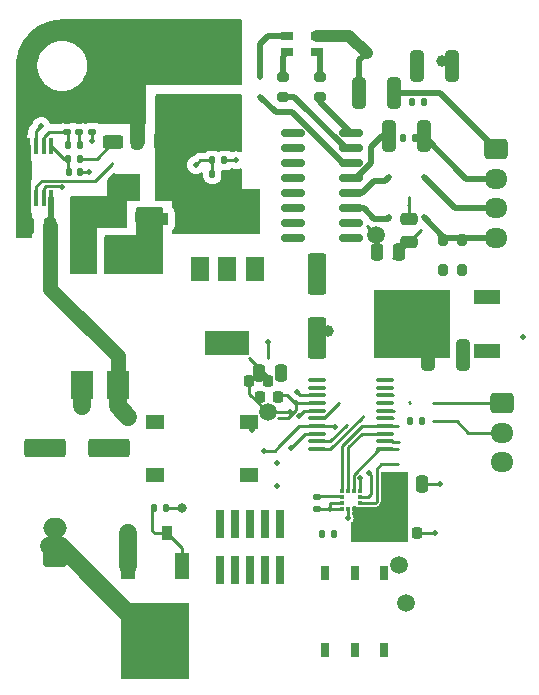
<source format=gtl>
%TF.GenerationSoftware,KiCad,Pcbnew,(6.0.1-0)*%
%TF.CreationDate,2022-10-07T23:17:40-05:00*%
%TF.ProjectId,tackle_sensor_hardware,7461636b-6c65-45f7-9365-6e736f725f68,rev?*%
%TF.SameCoordinates,Original*%
%TF.FileFunction,Copper,L1,Top*%
%TF.FilePolarity,Positive*%
%FSLAX46Y46*%
G04 Gerber Fmt 4.6, Leading zero omitted, Abs format (unit mm)*
G04 Created by KiCad (PCBNEW (6.0.1-0)) date 2022-10-07 23:17:40*
%MOMM*%
%LPD*%
G01*
G04 APERTURE LIST*
G04 Aperture macros list*
%AMRoundRect*
0 Rectangle with rounded corners*
0 $1 Rounding radius*
0 $2 $3 $4 $5 $6 $7 $8 $9 X,Y pos of 4 corners*
0 Add a 4 corners polygon primitive as box body*
4,1,4,$2,$3,$4,$5,$6,$7,$8,$9,$2,$3,0*
0 Add four circle primitives for the rounded corners*
1,1,$1+$1,$2,$3*
1,1,$1+$1,$4,$5*
1,1,$1+$1,$6,$7*
1,1,$1+$1,$8,$9*
0 Add four rect primitives between the rounded corners*
20,1,$1+$1,$2,$3,$4,$5,0*
20,1,$1+$1,$4,$5,$6,$7,0*
20,1,$1+$1,$6,$7,$8,$9,0*
20,1,$1+$1,$8,$9,$2,$3,0*%
G04 Aperture macros list end*
%TA.AperFunction,SMDPad,CuDef*%
%ADD10RoundRect,0.200000X-0.200000X-0.275000X0.200000X-0.275000X0.200000X0.275000X-0.200000X0.275000X0*%
%TD*%
%TA.AperFunction,ComponentPad*%
%ADD11RoundRect,0.250000X-0.725000X0.600000X-0.725000X-0.600000X0.725000X-0.600000X0.725000X0.600000X0*%
%TD*%
%TA.AperFunction,ComponentPad*%
%ADD12O,1.950000X1.700000*%
%TD*%
%TA.AperFunction,SMDPad,CuDef*%
%ADD13RoundRect,0.100000X-0.637500X-0.100000X0.637500X-0.100000X0.637500X0.100000X-0.637500X0.100000X0*%
%TD*%
%TA.AperFunction,SMDPad,CuDef*%
%ADD14RoundRect,0.135000X-0.135000X-0.185000X0.135000X-0.185000X0.135000X0.185000X-0.135000X0.185000X0*%
%TD*%
%TA.AperFunction,ComponentPad*%
%ADD15RoundRect,0.250000X0.750000X-0.600000X0.750000X0.600000X-0.750000X0.600000X-0.750000X-0.600000X0*%
%TD*%
%TA.AperFunction,ComponentPad*%
%ADD16O,2.000000X1.700000*%
%TD*%
%TA.AperFunction,SMDPad,CuDef*%
%ADD17C,1.500000*%
%TD*%
%TA.AperFunction,SMDPad,CuDef*%
%ADD18RoundRect,0.135000X0.135000X0.185000X-0.135000X0.185000X-0.135000X-0.185000X0.135000X-0.185000X0*%
%TD*%
%TA.AperFunction,SMDPad,CuDef*%
%ADD19R,0.700000X1.200000*%
%TD*%
%TA.AperFunction,SMDPad,CuDef*%
%ADD20RoundRect,0.250000X-0.250000X-0.475000X0.250000X-0.475000X0.250000X0.475000X-0.250000X0.475000X0*%
%TD*%
%TA.AperFunction,SMDPad,CuDef*%
%ADD21RoundRect,0.250000X-0.312500X-1.075000X0.312500X-1.075000X0.312500X1.075000X-0.312500X1.075000X0*%
%TD*%
%TA.AperFunction,SMDPad,CuDef*%
%ADD22R,0.450000X1.450000*%
%TD*%
%TA.AperFunction,SMDPad,CuDef*%
%ADD23RoundRect,0.140000X0.170000X-0.140000X0.170000X0.140000X-0.170000X0.140000X-0.170000X-0.140000X0*%
%TD*%
%TA.AperFunction,SMDPad,CuDef*%
%ADD24RoundRect,0.225000X-0.225000X-0.250000X0.225000X-0.250000X0.225000X0.250000X-0.225000X0.250000X0*%
%TD*%
%TA.AperFunction,SMDPad,CuDef*%
%ADD25R,2.200000X1.200000*%
%TD*%
%TA.AperFunction,SMDPad,CuDef*%
%ADD26R,6.400000X5.800000*%
%TD*%
%TA.AperFunction,SMDPad,CuDef*%
%ADD27RoundRect,0.200000X-0.275000X0.200000X-0.275000X-0.200000X0.275000X-0.200000X0.275000X0.200000X0*%
%TD*%
%TA.AperFunction,SMDPad,CuDef*%
%ADD28RoundRect,0.135000X0.185000X-0.135000X0.185000X0.135000X-0.185000X0.135000X-0.185000X-0.135000X0*%
%TD*%
%TA.AperFunction,SMDPad,CuDef*%
%ADD29RoundRect,0.250000X0.250000X0.475000X-0.250000X0.475000X-0.250000X-0.475000X0.250000X-0.475000X0*%
%TD*%
%TA.AperFunction,SMDPad,CuDef*%
%ADD30R,1.550000X1.300000*%
%TD*%
%TA.AperFunction,SMDPad,CuDef*%
%ADD31R,0.350000X0.375000*%
%TD*%
%TA.AperFunction,SMDPad,CuDef*%
%ADD32R,0.375000X0.350000*%
%TD*%
%TA.AperFunction,SMDPad,CuDef*%
%ADD33RoundRect,0.225000X0.225000X0.250000X-0.225000X0.250000X-0.225000X-0.250000X0.225000X-0.250000X0*%
%TD*%
%TA.AperFunction,SMDPad,CuDef*%
%ADD34RoundRect,0.150000X-0.825000X-0.150000X0.825000X-0.150000X0.825000X0.150000X-0.825000X0.150000X0*%
%TD*%
%TA.AperFunction,SMDPad,CuDef*%
%ADD35RoundRect,0.135000X-0.185000X0.135000X-0.185000X-0.135000X0.185000X-0.135000X0.185000X0.135000X0*%
%TD*%
%TA.AperFunction,SMDPad,CuDef*%
%ADD36R,1.955800X2.362200*%
%TD*%
%TA.AperFunction,SMDPad,CuDef*%
%ADD37R,1.200000X2.200000*%
%TD*%
%TA.AperFunction,SMDPad,CuDef*%
%ADD38R,5.800000X6.400000*%
%TD*%
%TA.AperFunction,SMDPad,CuDef*%
%ADD39RoundRect,0.140000X-0.140000X-0.170000X0.140000X-0.170000X0.140000X0.170000X-0.140000X0.170000X0*%
%TD*%
%TA.AperFunction,SMDPad,CuDef*%
%ADD40RoundRect,0.218750X0.218750X0.256250X-0.218750X0.256250X-0.218750X-0.256250X0.218750X-0.256250X0*%
%TD*%
%TA.AperFunction,SMDPad,CuDef*%
%ADD41RoundRect,0.250000X0.625000X-0.312500X0.625000X0.312500X-0.625000X0.312500X-0.625000X-0.312500X0*%
%TD*%
%TA.AperFunction,SMDPad,CuDef*%
%ADD42R,0.760000X2.400000*%
%TD*%
%TA.AperFunction,SMDPad,CuDef*%
%ADD43RoundRect,0.250000X0.550000X-1.500000X0.550000X1.500000X-0.550000X1.500000X-0.550000X-1.500000X0*%
%TD*%
%TA.AperFunction,SMDPad,CuDef*%
%ADD44R,1.500000X2.000000*%
%TD*%
%TA.AperFunction,SMDPad,CuDef*%
%ADD45R,3.800000X2.000000*%
%TD*%
%TA.AperFunction,SMDPad,CuDef*%
%ADD46RoundRect,0.250000X1.500000X0.550000X-1.500000X0.550000X-1.500000X-0.550000X1.500000X-0.550000X0*%
%TD*%
%TA.AperFunction,SMDPad,CuDef*%
%ADD47R,1.100000X1.100000*%
%TD*%
%TA.AperFunction,SMDPad,CuDef*%
%ADD48R,0.900000X1.200000*%
%TD*%
%TA.AperFunction,SMDPad,CuDef*%
%ADD49C,1.000000*%
%TD*%
%TA.AperFunction,SMDPad,CuDef*%
%ADD50RoundRect,0.250000X0.475000X-0.250000X0.475000X0.250000X-0.475000X0.250000X-0.475000X-0.250000X0*%
%TD*%
%TA.AperFunction,SMDPad,CuDef*%
%ADD51R,1.000000X0.800000*%
%TD*%
%TA.AperFunction,ViaPad*%
%ADD52C,0.800000*%
%TD*%
%TA.AperFunction,ViaPad*%
%ADD53C,0.500000*%
%TD*%
%TA.AperFunction,ViaPad*%
%ADD54C,1.000000*%
%TD*%
%TA.AperFunction,Conductor*%
%ADD55C,0.254000*%
%TD*%
%TA.AperFunction,Conductor*%
%ADD56C,1.270000*%
%TD*%
%TA.AperFunction,Conductor*%
%ADD57C,0.508000*%
%TD*%
%TA.AperFunction,Conductor*%
%ADD58C,1.524000*%
%TD*%
%TA.AperFunction,Conductor*%
%ADD59C,1.016000*%
%TD*%
G04 APERTURE END LIST*
D10*
%TO.P,R14,1*%
%TO.N,Net-(D3-Pad1)*%
X157290000Y-89057000D03*
%TO.P,R14,2*%
%TO.N,GND*%
X158940000Y-89057000D03*
%TD*%
D11*
%TO.P,J3,1,Pin_1*%
%TO.N,Net-(J3-Pad1)*%
X162305000Y-102870000D03*
D12*
%TO.P,J3,2,Pin_2*%
%TO.N,Net-(J3-Pad2)*%
X162305000Y-105370000D03*
%TO.P,J3,3,Pin_3*%
%TO.N,GND*%
X162305000Y-107870000D03*
%TD*%
D13*
%TO.P,U2,1,PB7/PB8*%
%TO.N,Net-(TP15-Pad1)*%
X146685000Y-100890000D03*
%TO.P,U2,2,PB9/PC14-OSC32_IN*%
%TO.N,TACKLE_STATUS*%
X146685000Y-101540000D03*
%TO.P,U2,3,PC15-OSC32_OUT*%
%TO.N,Net-(SW2-Pad2)*%
X146685000Y-102190000D03*
%TO.P,U2,4,VDD*%
%TO.N,+3V3*%
X146685000Y-102840000D03*
%TO.P,U2,5,VSS*%
%TO.N,GND*%
X146685000Y-103490000D03*
%TO.P,U2,6,PF2-NRST*%
%TO.N,/RST*%
X146685000Y-104140000D03*
%TO.P,U2,7,PA0*%
%TO.N,/ACC_INT1*%
X146685000Y-104790000D03*
%TO.P,U2,8,PA1*%
%TO.N,/SPI1_SCK*%
X146685000Y-105440000D03*
%TO.P,U2,9,PA2*%
%TO.N,UART_TX*%
X146685000Y-106090000D03*
%TO.P,U2,10,PA3*%
%TO.N,UART_RX*%
X146685000Y-106740000D03*
%TO.P,U2,11,PA4*%
%TO.N,/SPI1_NSS*%
X152410000Y-106740000D03*
%TO.P,U2,12,PA5*%
%TO.N,/ACC_INT2*%
X152410000Y-106090000D03*
%TO.P,U2,13,PA6*%
%TO.N,/SPI1_MISO*%
X152410000Y-105440000D03*
%TO.P,U2,14,PA7*%
%TO.N,/SPI1_MOSI*%
X152410000Y-104790000D03*
%TO.P,U2,15,PB0/PB1/PB2/PA8*%
%TO.N,B_PWM*%
X152410000Y-104140000D03*
%TO.P,U2,16,PA11[PA9]*%
%TO.N,G_PWM*%
X152410000Y-103490000D03*
%TO.P,U2,17,PA12[PA10]*%
%TO.N,Net-(TP12-Pad1)*%
X152410000Y-102840000D03*
%TO.P,U2,18,PA13*%
%TO.N,/SWDIO*%
X152410000Y-102190000D03*
%TO.P,U2,19,PA15/PA14-BOOT0*%
%TO.N,/SWCLK*%
X152410000Y-101540000D03*
%TO.P,U2,20,PB3/PB4/PB5/PB6*%
%TO.N,R_PWM*%
X152410000Y-100890000D03*
%TD*%
D14*
%TO.P,R16,1*%
%TO.N,UART_TX*%
X154731000Y-77395000D03*
%TO.P,R16,2*%
%TO.N,Net-(J3-Pad1)*%
X155751000Y-77395000D03*
%TD*%
D15*
%TO.P,J1,1,Pin_1*%
%TO.N,GND*%
X124460000Y-115911000D03*
D16*
%TO.P,J1,2,Pin_2*%
%TO.N,Net-(J1-Pad2)*%
X124460000Y-113411000D03*
%TD*%
D17*
%TO.P,TP1,1,1*%
%TO.N,GND*%
X154226000Y-119763000D03*
%TD*%
D18*
%TO.P,R7,1*%
%TO.N,+12V*%
X138815000Y-83439000D03*
%TO.P,R7,2*%
%TO.N,Net-(R7-Pad2)*%
X137795000Y-83439000D03*
%TD*%
D14*
%TO.P,R1,1*%
%TO.N,Net-(D4-Pad2)*%
X132840000Y-111760000D03*
%TO.P,R1,2*%
%TO.N,GND*%
X133860000Y-111760000D03*
%TD*%
D19*
%TO.P,SW2,1,A*%
%TO.N,unconnected-(SW2-Pad1)*%
X147360000Y-117273000D03*
%TO.P,SW2,2,B*%
%TO.N,Net-(SW2-Pad2)*%
X149860000Y-117273000D03*
%TO.P,SW2,3,C*%
%TO.N,GND*%
X152360000Y-117273000D03*
%TO.P,SW2,4,A*%
%TO.N,unconnected-(SW2-Pad4)*%
X147360000Y-123773000D03*
%TO.P,SW2,5,B*%
%TO.N,Net-(SW2-Pad2)*%
X149860000Y-123773000D03*
%TO.P,SW2,6,C*%
%TO.N,GND*%
X152360000Y-123773000D03*
%TD*%
D20*
%TO.P,C11,1*%
%TO.N,+12V*%
X151704000Y-90043000D03*
%TO.P,C11,2*%
%TO.N,GND*%
X153604000Y-90043000D03*
%TD*%
D21*
%TO.P,R17,1*%
%TO.N,Net-(U5-Pad11)*%
X155128500Y-74295000D03*
%TO.P,R17,2*%
%TO.N,Net-(J2-Pad4)*%
X158053500Y-74295000D03*
%TD*%
D22*
%TO.P,U3,1,ISEN*%
%TO.N,Net-(C8-Pad1)*%
X124165000Y-81071000D03*
%TO.P,U3,2,COMP*%
%TO.N,Net-(C6-Pad1)*%
X123515000Y-81071000D03*
%TO.P,U3,3,FB*%
%TO.N,Net-(R7-Pad2)*%
X122865000Y-81071000D03*
%TO.P,U3,4,AGND*%
%TO.N,GND*%
X122215000Y-81071000D03*
%TO.P,U3,5,PGND*%
X122215000Y-85471000D03*
%TO.P,U3,6,DR*%
%TO.N,Net-(Q9-Pad1)*%
X122865000Y-85471000D03*
%TO.P,U3,7,FA/SYNC/SD*%
%TO.N,Net-(R4-Pad1)*%
X123515000Y-85471000D03*
%TO.P,U3,8,VIN*%
%TO.N,Net-(C4-Pad1)*%
X124165000Y-85471000D03*
%TD*%
D23*
%TO.P,C7,1*%
%TO.N,Net-(C7-Pad1)*%
X126492000Y-79883000D03*
%TO.P,C7,2*%
%TO.N,GND*%
X126492000Y-78923000D03*
%TD*%
D11*
%TO.P,J2,1,Pin_1*%
%TO.N,Net-(F1-Pad2)*%
X161815000Y-81340000D03*
D12*
%TO.P,J2,2,Pin_2*%
%TO.N,Net-(J2-Pad2)*%
X161815000Y-83840000D03*
%TO.P,J2,3,Pin_3*%
%TO.N,Net-(J2-Pad3)*%
X161815000Y-86340000D03*
%TO.P,J2,4,Pin_4*%
%TO.N,Net-(J2-Pad4)*%
X161815000Y-88840000D03*
%TD*%
D10*
%TO.P,R12,1*%
%TO.N,Net-(D2-Pad4)*%
X157290000Y-91567000D03*
%TO.P,R12,2*%
%TO.N,Net-(U5-Pad15)*%
X158940000Y-91567000D03*
%TD*%
D24*
%TO.P,C3,1*%
%TO.N,+3V3*%
X153585500Y-113848000D03*
%TO.P,C3,2*%
%TO.N,GND*%
X155135500Y-113848000D03*
%TD*%
D20*
%TO.P,C2,1*%
%TO.N,+3V3*%
X153616500Y-109657000D03*
%TO.P,C2,2*%
%TO.N,GND*%
X155516500Y-109657000D03*
%TD*%
D14*
%TO.P,R3,1*%
%TO.N,Net-(C6-Pad1)*%
X125603000Y-81026000D03*
%TO.P,R3,2*%
%TO.N,Net-(C7-Pad1)*%
X126623000Y-81026000D03*
%TD*%
D25*
%TO.P,Q9,1,G*%
%TO.N,Net-(Q9-Pad1)*%
X161010000Y-98420000D03*
D26*
%TO.P,Q9,2,D*%
%TO.N,Net-(C9-Pad2)*%
X154710000Y-96140000D03*
D25*
%TO.P,Q9,3,S*%
%TO.N,Net-(Q9-Pad2)*%
X161010000Y-93860000D03*
%TD*%
D27*
%TO.P,R11,1*%
%TO.N,Net-(D2-Pad1)*%
X146919000Y-75246000D03*
%TO.P,R11,2*%
%TO.N,Net-(R11-Pad2)*%
X146919000Y-76896000D03*
%TD*%
D28*
%TO.P,R4,1*%
%TO.N,Net-(R4-Pad1)*%
X127635000Y-79887000D03*
%TO.P,R4,2*%
%TO.N,GND*%
X127635000Y-78867000D03*
%TD*%
D17*
%TO.P,TP11,1,1*%
%TO.N,+3V3*%
X142478000Y-103634000D03*
%TD*%
D29*
%TO.P,C15,1*%
%TO.N,+3V3*%
X143632000Y-100330000D03*
%TO.P,C15,2*%
%TO.N,GND*%
X141732000Y-100330000D03*
%TD*%
D30*
%TO.P,SW1,1,1*%
%TO.N,/RST*%
X132926000Y-104430000D03*
X140886000Y-104430000D03*
%TO.P,SW1,2,2*%
%TO.N,GND*%
X132926000Y-108930000D03*
X140886000Y-108930000D03*
%TD*%
D31*
%TO.P,U1,1,SCL/SPC*%
%TO.N,/SPI1_SCK*%
X150297000Y-110295500D03*
%TO.P,U1,2,~{CS}*%
%TO.N,/SPI1_NSS*%
X149797000Y-110295500D03*
%TO.P,U1,3,SA0/SDO*%
%TO.N,/SPI1_MISO*%
X149297000Y-110295500D03*
%TO.P,U1,4,SDA/SDI*%
%TO.N,/SPI1_MOSI*%
X148797000Y-110295500D03*
D32*
%TO.P,U1,5,RES*%
%TO.N,Net-(R2-Pad1)*%
X148784500Y-110808000D03*
%TO.P,U1,6,GND*%
%TO.N,GND*%
X148784500Y-111308000D03*
D31*
%TO.P,U1,7,GND*%
X148797000Y-111820500D03*
%TO.P,U1,8,GND*%
X149297000Y-111820500D03*
%TO.P,U1,9,Vdd*%
%TO.N,+3V3*%
X149797000Y-111820500D03*
%TO.P,U1,10,Vdd_IO*%
X150297000Y-111820500D03*
D32*
%TO.P,U1,11,INT2*%
%TO.N,/ACC_INT2*%
X150309500Y-111308000D03*
%TO.P,U1,12,INT1*%
%TO.N,/ACC_INT1*%
X150309500Y-110808000D03*
%TD*%
D21*
%TO.P,R18,1*%
%TO.N,Net-(R18-Pad1)*%
X152781000Y-80264000D03*
%TO.P,R18,2*%
%TO.N,Net-(J2-Pad2)*%
X155706000Y-80264000D03*
%TD*%
D33*
%TO.P,C9,1*%
%TO.N,Net-(C9-Pad1)*%
X131699000Y-87122000D03*
%TO.P,C9,2*%
%TO.N,Net-(C9-Pad2)*%
X130149000Y-87122000D03*
%TD*%
D34*
%TO.P,U5,1,I1*%
%TO.N,R_PWM*%
X144591000Y-80010000D03*
%TO.P,U5,2,I2*%
%TO.N,G_PWM*%
X144591000Y-81280000D03*
%TO.P,U5,3,I3*%
%TO.N,B_PWM*%
X144591000Y-82550000D03*
%TO.P,U5,4,I4*%
%TO.N,R_PWM*%
X144591000Y-83820000D03*
%TO.P,U5,5,I5*%
%TO.N,G_PWM*%
X144591000Y-85090000D03*
%TO.P,U5,6,I6*%
%TO.N,B_PWM*%
X144591000Y-86360000D03*
%TO.P,U5,7,I7*%
%TO.N,GND*%
X144591000Y-87630000D03*
%TO.P,U5,8,GND*%
X144591000Y-88900000D03*
%TO.P,U5,9,COM*%
%TO.N,+12V*%
X149541000Y-88900000D03*
%TO.P,U5,10,O7*%
%TO.N,unconnected-(U5-Pad10)*%
X149541000Y-87630000D03*
%TO.P,U5,11,O6*%
%TO.N,Net-(U5-Pad11)*%
X149541000Y-86360000D03*
%TO.P,U5,12,O5*%
%TO.N,Net-(U5-Pad12)*%
X149541000Y-85090000D03*
%TO.P,U5,13,O4*%
%TO.N,Net-(R18-Pad1)*%
X149541000Y-83820000D03*
%TO.P,U5,14,O3*%
%TO.N,Net-(U5-Pad14)*%
X149541000Y-82550000D03*
%TO.P,U5,15,O2*%
%TO.N,Net-(U5-Pad15)*%
X149541000Y-81280000D03*
%TO.P,U5,16,O1*%
%TO.N,Net-(R11-Pad2)*%
X149541000Y-80010000D03*
%TD*%
D14*
%TO.P,R21,1*%
%TO.N,TACKLE_STATUS*%
X154555000Y-104394000D03*
%TO.P,R21,2*%
%TO.N,Net-(J3-Pad2)*%
X155575000Y-104394000D03*
%TD*%
%TO.P,R9,1*%
%TO.N,+3V3*%
X147066000Y-113919000D03*
%TO.P,R9,2*%
%TO.N,Net-(SW2-Pad2)*%
X148086000Y-113919000D03*
%TD*%
D35*
%TO.P,R2,1*%
%TO.N,Net-(R2-Pad1)*%
X146626500Y-110796000D03*
%TO.P,R2,2*%
%TO.N,GND*%
X146626500Y-111816000D03*
%TD*%
D36*
%TO.P,T1,1,AA*%
%TO.N,Net-(C9-Pad1)*%
X129770000Y-90690700D03*
%TO.P,T1,2,AB*%
%TO.N,Net-(C9-Pad2)*%
X126770000Y-90690700D03*
%TO.P,T1,3,SA*%
%TO.N,GND*%
X126770000Y-101333300D03*
%TO.P,T1,4,SB*%
%TO.N,Net-(C4-Pad1)*%
X129770000Y-101333300D03*
%TD*%
D14*
%TO.P,R8,1*%
%TO.N,GND*%
X137795000Y-82296000D03*
%TO.P,R8,2*%
%TO.N,/SWCLK*%
X138815000Y-82296000D03*
%TD*%
%TO.P,R5,1*%
%TO.N,Net-(C8-Pad1)*%
X125599000Y-82169000D03*
%TO.P,R5,2*%
%TO.N,Net-(Q9-Pad2)*%
X126619000Y-82169000D03*
%TD*%
D37*
%TO.P,Q1,1,G*%
%TO.N,Net-(D4-Pad2)*%
X135250000Y-116660000D03*
D38*
%TO.P,Q1,2,D*%
%TO.N,Net-(J1-Pad2)*%
X132970000Y-122960000D03*
D37*
%TO.P,Q1,3,S*%
%TO.N,Net-(C4-Pad1)*%
X130690000Y-116660000D03*
%TD*%
D23*
%TO.P,C6,1*%
%TO.N,Net-(C6-Pad1)*%
X125476000Y-79883000D03*
%TO.P,C6,2*%
%TO.N,GND*%
X125476000Y-78923000D03*
%TD*%
D33*
%TO.P,C16,1*%
%TO.N,+3V3*%
X143383000Y-102362000D03*
%TO.P,C16,2*%
%TO.N,GND*%
X141833000Y-102362000D03*
%TD*%
D27*
%TO.P,R13,1*%
%TO.N,Net-(D2-Pad3)*%
X143744000Y-75246000D03*
%TO.P,R13,2*%
%TO.N,Net-(U5-Pad14)*%
X143744000Y-76896000D03*
%TD*%
D39*
%TO.P,C8,1*%
%TO.N,Net-(C8-Pad1)*%
X125631000Y-83312000D03*
%TO.P,C8,2*%
%TO.N,GND*%
X126591000Y-83312000D03*
%TD*%
D40*
%TO.P,D3,1,K*%
%TO.N,Net-(D3-Pad1)*%
X142503500Y-100967000D03*
%TO.P,D3,2,A*%
%TO.N,+3V3*%
X140928500Y-100967000D03*
%TD*%
D41*
%TO.P,R6,1*%
%TO.N,Net-(Q9-Pad2)*%
X129413000Y-80772000D03*
%TO.P,R6,2*%
%TO.N,GND*%
X129413000Y-77847000D03*
%TD*%
D29*
%TO.P,C5,1*%
%TO.N,Net-(C4-Pad1)*%
X124079000Y-87884000D03*
%TO.P,C5,2*%
%TO.N,GND*%
X122179000Y-87884000D03*
%TD*%
D42*
%TO.P,J4,1,VTref*%
%TO.N,+3V3*%
X143510000Y-113112000D03*
%TO.P,J4,2,SWDIO/TMS*%
%TO.N,/SWDIO*%
X143510000Y-117012000D03*
%TO.P,J4,3,GND*%
%TO.N,GND*%
X142240000Y-113112000D03*
%TO.P,J4,4,SWDCLK/TCK*%
%TO.N,/SWCLK*%
X142240000Y-117012000D03*
%TO.P,J4,5,GND*%
%TO.N,GND*%
X140970000Y-113112000D03*
%TO.P,J4,6,SWO/TDO*%
%TO.N,unconnected-(J4-Pad6)*%
X140970000Y-117012000D03*
%TO.P,J4,7,KEY*%
%TO.N,unconnected-(J4-Pad7)*%
X139700000Y-113112000D03*
%TO.P,J4,8,NC/TDI*%
%TO.N,unconnected-(J4-Pad8)*%
X139700000Y-117012000D03*
%TO.P,J4,9,GNDDetect*%
%TO.N,GND*%
X138430000Y-113112000D03*
%TO.P,J4,10,~{RESET}*%
%TO.N,/RST*%
X138430000Y-117012000D03*
%TD*%
D43*
%TO.P,C10,1*%
%TO.N,+12V*%
X136525000Y-78740000D03*
%TO.P,C10,2*%
%TO.N,GND*%
X136525000Y-73140000D03*
%TD*%
D44*
%TO.P,U4,1,GND*%
%TO.N,GND*%
X141365000Y-91465000D03*
%TO.P,U4,2,VO*%
%TO.N,+3V3*%
X139065000Y-91465000D03*
D45*
X139065000Y-97765000D03*
D44*
%TO.P,U4,3,VI*%
%TO.N,+12V*%
X136765000Y-91465000D03*
%TD*%
D29*
%TO.P,C12,1*%
%TO.N,+12V*%
X133350000Y-80645000D03*
%TO.P,C12,2*%
%TO.N,GND*%
X131450000Y-80645000D03*
%TD*%
D43*
%TO.P,C13,1*%
%TO.N,+3V3*%
X146685000Y-97315000D03*
%TO.P,C13,2*%
%TO.N,GND*%
X146685000Y-91915000D03*
%TD*%
D17*
%TO.P,TP2,1,1*%
%TO.N,/RST*%
X151638000Y-88646000D03*
%TD*%
%TO.P,TP10,1,1*%
%TO.N,+12V*%
X140081000Y-85852000D03*
%TD*%
D46*
%TO.P,C4,1*%
%TO.N,Net-(C4-Pad1)*%
X129065000Y-106680000D03*
%TO.P,C4,2*%
%TO.N,GND*%
X123665000Y-106680000D03*
%TD*%
D47*
%TO.P,D1,1,K*%
%TO.N,+12V*%
X136337500Y-87249000D03*
%TO.P,D1,2,A*%
%TO.N,Net-(C9-Pad1)*%
X133537500Y-87249000D03*
%TD*%
D14*
%TO.P,R10,1*%
%TO.N,Net-(R7-Pad2)*%
X153924000Y-80391000D03*
%TO.P,R10,2*%
%TO.N,GND*%
X154944000Y-80391000D03*
%TD*%
D17*
%TO.P,TP3,1,1*%
%TO.N,Net-(C4-Pad1)*%
X153591000Y-116588000D03*
%TD*%
D48*
%TO.P,D4,1,K*%
%TO.N,Net-(C4-Pad1)*%
X130685000Y-113875000D03*
%TO.P,D4,2,A*%
%TO.N,Net-(D4-Pad2)*%
X133985000Y-113875000D03*
%TD*%
D21*
%TO.P,R15,1*%
%TO.N,Net-(U5-Pad12)*%
X156079000Y-98806000D03*
%TO.P,R15,2*%
%TO.N,Net-(J2-Pad3)*%
X159004000Y-98806000D03*
%TD*%
%TO.P,F1,1*%
%TO.N,+12V*%
X150237000Y-76581000D03*
%TO.P,F1,2*%
%TO.N,Net-(F1-Pad2)*%
X153162000Y-76581000D03*
%TD*%
D49*
%TO.P,TP15,1,1*%
%TO.N,Net-(TP15-Pad1)*%
X147574000Y-96774000D03*
%TD*%
D50*
%TO.P,C1,1*%
%TO.N,/RST*%
X154450774Y-89174000D03*
%TO.P,C1,2*%
%TO.N,GND*%
X154450774Y-87274000D03*
%TD*%
D51*
%TO.P,D2,1,A*%
%TO.N,Net-(D2-Pad1)*%
X146645000Y-73152000D03*
%TO.P,D2,2,RK*%
%TO.N,+12V*%
X146645000Y-71752000D03*
%TO.P,D2,3,GK*%
%TO.N,Net-(D2-Pad3)*%
X144145000Y-71752000D03*
%TO.P,D2,4,BK*%
%TO.N,Net-(D2-Pad4)*%
X144145000Y-73152000D03*
%TD*%
D49*
%TO.P,TP12,1,1*%
%TO.N,Net-(TP12-Pad1)*%
X157226000Y-73914000D03*
%TD*%
D52*
%TO.N,GND*%
X135255000Y-111760000D03*
D53*
X132080000Y-74549000D03*
X131064000Y-75438000D03*
X130048000Y-74549000D03*
X131064000Y-73660000D03*
X127508000Y-78105000D03*
X132080000Y-73660000D03*
X147769500Y-111816000D03*
X149293500Y-112578000D03*
X130048000Y-75438000D03*
X157040500Y-109657000D03*
X130048000Y-71628000D03*
X131064000Y-71628000D03*
X131064000Y-74549000D03*
X136525000Y-70739000D03*
X145102500Y-103942000D03*
X132080000Y-72644000D03*
X156659500Y-113848000D03*
X143256000Y-109855000D03*
X126492000Y-78105000D03*
X132080000Y-71628000D03*
X125476000Y-78105000D03*
X137541000Y-70739000D03*
X131064000Y-76327000D03*
X130048000Y-72644000D03*
X135509000Y-70739000D03*
X142478000Y-97665000D03*
X130048000Y-76327000D03*
X131064000Y-72644000D03*
X132080000Y-75438000D03*
X127381000Y-83312000D03*
X130048000Y-73660000D03*
%TO.N,+3V3*%
X144912000Y-102862500D03*
X152341500Y-113848000D03*
X144383000Y-103634000D03*
X152341500Y-111816000D03*
X152341500Y-109657000D03*
%TO.N,Net-(R7-Pad2)*%
X123317000Y-79375000D03*
X136398000Y-82677000D03*
%TO.N,Net-(R4-Pad1)*%
X125095000Y-84582000D03*
X127635000Y-80645000D03*
D54*
%TO.N,+12V*%
X139065000Y-80772000D03*
X150856000Y-73214000D03*
D53*
%TO.N,Net-(C9-Pad2)*%
X155829000Y-96393000D03*
%TO.N,/SWCLK*%
X139827000Y-82296000D03*
%TO.N,TACKLE_STATUS*%
X164102774Y-97241000D03*
%TO.N,Net-(C9-Pad2)*%
X151910774Y-95717000D03*
%TO.N,/SPI1_SCK*%
X150309500Y-109149000D03*
X144467500Y-106609000D03*
%TO.N,/ACC_INT1*%
X148150500Y-104831000D03*
X151071500Y-108768000D03*
X143256000Y-107950000D03*
X142181500Y-106863000D03*
%TO.N,Net-(SW2-Pad2)*%
X144975500Y-101910000D03*
X141165500Y-105085000D03*
%TD*%
D55*
%TO.N,GND*%
X133860000Y-111760000D02*
X135255000Y-111760000D01*
D56*
X131450000Y-78110000D02*
X131187000Y-77847000D01*
D55*
X155516500Y-109657000D02*
X157040500Y-109657000D01*
X142541000Y-99062000D02*
X142541000Y-97728000D01*
D57*
X122215000Y-85471000D02*
X122215000Y-81071000D01*
D56*
X131450000Y-78110000D02*
X131450000Y-80645000D01*
D55*
X147774000Y-111820500D02*
X147769500Y-111816000D01*
X142541000Y-97728000D02*
X142478000Y-97665000D01*
D57*
X122215000Y-87848000D02*
X122179000Y-87884000D01*
D55*
X148797000Y-111820500D02*
X147774000Y-111820500D01*
X154323774Y-86065000D02*
X154450774Y-86192000D01*
X154450774Y-86192000D02*
X154450774Y-87274000D01*
X126591000Y-83312000D02*
X127381000Y-83312000D01*
X149293500Y-112451000D02*
X149293500Y-112578000D01*
X154450774Y-87274000D02*
X154450774Y-85430000D01*
D57*
X122215000Y-85471000D02*
X122215000Y-87848000D01*
D55*
X149297000Y-111820500D02*
X149297000Y-112447500D01*
D58*
X126770000Y-101206300D02*
X126770000Y-103100000D01*
D55*
X147769500Y-111308000D02*
X147769500Y-111816000D01*
X146626500Y-111816000D02*
X147769500Y-111816000D01*
X155135500Y-113848000D02*
X156659500Y-113848000D01*
X149297000Y-112447500D02*
X149293500Y-112451000D01*
X145554500Y-103490000D02*
X145102500Y-103942000D01*
D56*
X131187000Y-77847000D02*
X129413000Y-77847000D01*
D55*
X146685000Y-103490000D02*
X145554500Y-103490000D01*
X148784500Y-111308000D02*
X147769500Y-111308000D01*
D57*
%TO.N,Net-(F1-Pad2)*%
X153162000Y-76581000D02*
X157056000Y-76581000D01*
X157056000Y-76581000D02*
X161815000Y-81340000D01*
%TO.N,Net-(J2-Pad2)*%
X159282000Y-83840000D02*
X161815000Y-83840000D01*
X155706000Y-80264000D02*
X159282000Y-83840000D01*
D55*
%TO.N,Net-(D4-Pad2)*%
X132715000Y-113665000D02*
X132715000Y-111885000D01*
X135250000Y-115140000D02*
X133985000Y-113875000D01*
X132925000Y-113875000D02*
X132715000Y-113665000D01*
X135250000Y-116660000D02*
X135250000Y-115140000D01*
X132715000Y-111885000D02*
X132840000Y-111760000D01*
X133985000Y-113875000D02*
X132925000Y-113875000D01*
D57*
%TO.N,Net-(J2-Pad3)*%
X155706000Y-83693000D02*
X158353000Y-86340000D01*
X158353000Y-86340000D02*
X161815000Y-86340000D01*
%TO.N,Net-(J2-Pad4)*%
X157424000Y-88840000D02*
X161815000Y-88840000D01*
X155706000Y-87122000D02*
X157424000Y-88840000D01*
D55*
%TO.N,+3V3*%
X151452500Y-113848000D02*
X152341500Y-113848000D01*
X144934500Y-102840000D02*
X144912000Y-102862500D01*
X152341500Y-113848000D02*
X153585500Y-113848000D01*
X144086500Y-102164000D02*
X144848500Y-102926000D01*
X146685000Y-102840000D02*
X144934500Y-102840000D01*
X142478000Y-103634000D02*
X144383000Y-103634000D01*
X143573500Y-102164000D02*
X144086500Y-102164000D01*
X152337000Y-111820500D02*
X152341500Y-111816000D01*
X144848500Y-103408988D02*
X144848500Y-102926000D01*
X142478000Y-103634000D02*
X140928500Y-102084500D01*
X152341500Y-109657000D02*
X153616500Y-109657000D01*
X143337500Y-104069000D02*
X144188488Y-104069000D01*
X140928500Y-102084500D02*
X140928500Y-100967000D01*
X144912000Y-102862500D02*
X144848500Y-102926000D01*
X149797000Y-112192500D02*
X151452500Y-113848000D01*
X144188488Y-104069000D02*
X144848500Y-103408988D01*
X149797000Y-111820500D02*
X149797000Y-112192500D01*
X150297000Y-111820500D02*
X152337000Y-111820500D01*
%TO.N,Net-(R2-Pad1)*%
X148784500Y-110808000D02*
X148727999Y-110751499D01*
X146671001Y-110751499D02*
X146626500Y-110796000D01*
X148727999Y-110751499D02*
X146671001Y-110751499D01*
D58*
%TO.N,Net-(J1-Pad2)*%
X123935000Y-114935000D02*
X124945000Y-114935000D01*
X124945000Y-114935000D02*
X132970000Y-122960000D01*
D55*
%TO.N,/SWDIO*%
X153109328Y-102190000D02*
X152410000Y-102190000D01*
%TO.N,Net-(C8-Pad1)*%
X125599000Y-82169000D02*
X125263000Y-82169000D01*
X125599000Y-82169000D02*
X125599000Y-83280000D01*
X125599000Y-83280000D02*
X125631000Y-83312000D01*
X125263000Y-82169000D02*
X124165000Y-81071000D01*
%TO.N,Net-(C6-Pad1)*%
X123515000Y-81071000D02*
X123515000Y-80320000D01*
X123515000Y-80320000D02*
X123952000Y-79883000D01*
X125603000Y-81026000D02*
X125603000Y-80137000D01*
X123952000Y-79883000D02*
X125476000Y-79883000D01*
%TO.N,Net-(R7-Pad2)*%
X122865000Y-81071000D02*
X122865000Y-79827000D01*
X136779000Y-82296000D02*
X137795000Y-82296000D01*
X122865000Y-79827000D02*
X123317000Y-79375000D01*
X136398000Y-82677000D02*
X136779000Y-82296000D01*
X137795000Y-83439000D02*
X137795000Y-82296000D01*
%TO.N,Net-(R4-Pad1)*%
X123686489Y-84492489D02*
X125005489Y-84492489D01*
X123515000Y-85471000D02*
X123515000Y-84663978D01*
X125005489Y-84492489D02*
X125095000Y-84582000D01*
X127635000Y-80645000D02*
X127635000Y-79887000D01*
X123515000Y-84663978D02*
X123686489Y-84492489D01*
%TO.N,+12V*%
X138815000Y-83439000D02*
X140081000Y-84705000D01*
D59*
X146645000Y-71752000D02*
X149394000Y-71752000D01*
X149394000Y-71752000D02*
X150856000Y-73214000D01*
D57*
X150237000Y-73833000D02*
X150856000Y-73214000D01*
X150237000Y-76581000D02*
X150237000Y-73833000D01*
D55*
X140081000Y-84705000D02*
X140081000Y-85852000D01*
%TO.N,/SWCLK*%
X138938000Y-82296000D02*
X139827000Y-82296000D01*
X152410000Y-101540000D02*
X152997452Y-101540000D01*
%TO.N,G_PWM*%
X152410000Y-103490000D02*
X153196680Y-103490000D01*
%TO.N,B_PWM*%
X152410000Y-104140000D02*
X153084804Y-104140000D01*
%TO.N,Net-(C7-Pad1)*%
X126492000Y-79883000D02*
X126492000Y-80895000D01*
X126492000Y-80895000D02*
X126623000Y-81026000D01*
%TO.N,TACKLE_STATUS*%
X154428000Y-104267000D02*
X154555000Y-104394000D01*
X146685000Y-101540000D02*
X147272452Y-101540000D01*
%TO.N,Net-(J3-Pad1)*%
X156465000Y-102870000D02*
X162305000Y-102870000D01*
%TO.N,/RST*%
X151638000Y-88646000D02*
X150876000Y-87884000D01*
X153059774Y-90565000D02*
X154450774Y-89174000D01*
X154450774Y-89174000D02*
X155429294Y-88195480D01*
X146685000Y-104140000D02*
X147272452Y-104140000D01*
X147272452Y-104140000D02*
X148531500Y-102880952D01*
D57*
%TO.N,Net-(D2-Pad1)*%
X146919000Y-75246000D02*
X146919000Y-73426000D01*
X146919000Y-73426000D02*
X146645000Y-73152000D01*
%TO.N,Net-(D2-Pad3)*%
X141839000Y-72452000D02*
X142539000Y-71752000D01*
X143744000Y-73553000D02*
X144145000Y-73152000D01*
X141839000Y-75247000D02*
X141839000Y-72452000D01*
X143744000Y-75246000D02*
X143744000Y-73553000D01*
X142539000Y-71752000D02*
X144145000Y-71752000D01*
%TO.N,Net-(R11-Pad2)*%
X146919000Y-76896000D02*
X146919000Y-77388000D01*
X146919000Y-77388000D02*
X149541000Y-80010000D01*
D55*
%TO.N,Net-(D3-Pad1)*%
X142503500Y-100967000D02*
X142503500Y-100674500D01*
X142503500Y-100674500D02*
X140891000Y-99062000D01*
%TO.N,Net-(J3-Pad2)*%
X156465000Y-104394000D02*
X158495000Y-104394000D01*
X158495000Y-104394000D02*
X159471000Y-105370000D01*
X159471000Y-105370000D02*
X162305000Y-105370000D01*
D57*
%TO.N,Net-(R18-Pad1)*%
X152146000Y-80264000D02*
X152781000Y-80264000D01*
X149996268Y-83820000D02*
X151257000Y-82559268D01*
X151257000Y-82559268D02*
X151257000Y-81153000D01*
X151257000Y-81153000D02*
X152146000Y-80264000D01*
X149541000Y-83820000D02*
X149996268Y-83820000D01*
D55*
%TO.N,UART_TX*%
X147780500Y-106090000D02*
X149166500Y-104704000D01*
X146685000Y-106090000D02*
X147780500Y-106090000D01*
X154428000Y-102743000D02*
X154555000Y-102870000D01*
D57*
%TO.N,Net-(C9-Pad2)*%
X127355000Y-89978700D02*
X126770000Y-90563700D01*
D55*
%TO.N,Net-(Q9-Pad1)*%
X129332000Y-82507000D02*
X129332000Y-82572000D01*
X129332000Y-82572000D02*
X127878501Y-84025499D01*
X122865000Y-84492000D02*
X122865000Y-85471000D01*
X123331501Y-84025499D02*
X122865000Y-84492000D01*
X127878501Y-84025499D02*
X123331501Y-84025499D01*
%TO.N,/SPI1_SCK*%
X150297000Y-109161500D02*
X150309500Y-109149000D01*
X150297000Y-110295500D02*
X150297000Y-109161500D01*
X145636500Y-105440000D02*
X144467500Y-106609000D01*
X146685000Y-105440000D02*
X145636500Y-105440000D01*
%TO.N,/SPI1_NSS*%
X149752999Y-110251499D02*
X149797000Y-110295500D01*
X152410000Y-106740000D02*
X151931488Y-106740000D01*
X149752999Y-108918489D02*
X149752999Y-110251499D01*
X151931488Y-106740000D02*
X149752999Y-108918489D01*
X152410000Y-106740000D02*
X153488500Y-106740000D01*
%TO.N,/SPI1_MISO*%
X150462500Y-105440000D02*
X149297000Y-106605500D01*
X149297000Y-106605500D02*
X149297000Y-110295500D01*
X152410000Y-105440000D02*
X150462500Y-105440000D01*
%TO.N,/SPI1_MOSI*%
X152410000Y-104790000D02*
X150477500Y-104790000D01*
X152410000Y-104790000D02*
X153525500Y-104790000D01*
X150477500Y-104790000D02*
X148797000Y-106470500D01*
X148797000Y-106470500D02*
X148797000Y-110295500D01*
%TO.N,/ACC_INT2*%
X152997452Y-106090000D02*
X153008452Y-106101000D01*
X153497006Y-108018506D02*
X152074994Y-108018506D01*
X151706500Y-111181000D02*
X151579500Y-111308000D01*
X151579500Y-111308000D02*
X150309500Y-111308000D01*
X153008452Y-106101000D02*
X153611500Y-106101000D01*
X152074994Y-108018506D02*
X151706500Y-108387000D01*
X152410000Y-106090000D02*
X152997452Y-106090000D01*
X151706500Y-108387000D02*
X151706500Y-111181000D01*
%TO.N,/ACC_INT1*%
X148109500Y-104790000D02*
X148150500Y-104831000D01*
X150309500Y-110808000D02*
X150936500Y-110808000D01*
X145135980Y-104797520D02*
X143451500Y-106482000D01*
X150936500Y-110808000D02*
X151198500Y-110546000D01*
X151198500Y-108895000D02*
X151071500Y-108768000D01*
X143451500Y-106482000D02*
X143070500Y-106863000D01*
X146685000Y-104790000D02*
X148109500Y-104790000D01*
X146677480Y-104797520D02*
X145135980Y-104797520D01*
X146685000Y-104790000D02*
X146677480Y-104797520D01*
X143070500Y-106863000D02*
X142181500Y-106863000D01*
X151198500Y-110546000D02*
X151198500Y-108895000D01*
%TO.N,UART_RX*%
X147765500Y-106740000D02*
X150436500Y-104069000D01*
X150436500Y-104069000D02*
X150563500Y-103942000D01*
X146685000Y-106740000D02*
X147765500Y-106740000D01*
%TO.N,Net-(Q9-Pad2)*%
X128016000Y-82169000D02*
X129413000Y-80772000D01*
D57*
X129413000Y-80772000D02*
X129537000Y-80772000D01*
D55*
X126619000Y-82169000D02*
X128016000Y-82169000D01*
X126492000Y-82044000D02*
X126490000Y-82042000D01*
D57*
X129362000Y-80823000D02*
X129413000Y-80772000D01*
D58*
%TO.N,Net-(C4-Pad1)*%
X129770000Y-101206300D02*
X129770000Y-103100000D01*
X130690000Y-116660000D02*
X130690000Y-113880000D01*
D56*
X129770000Y-101333300D02*
X129770000Y-98882200D01*
X124079000Y-93191200D02*
X124079000Y-87884000D01*
D57*
X124165000Y-87798000D02*
X124079000Y-87884000D01*
D58*
X130690000Y-113880000D02*
X130685000Y-113875000D01*
D57*
X124165000Y-85471000D02*
X124165000Y-87798000D01*
D58*
X129770000Y-103100000D02*
X130685000Y-104015000D01*
D56*
X129770000Y-98882200D02*
X124079000Y-93191200D01*
D55*
%TO.N,Net-(SW2-Pad2)*%
X146685000Y-102190000D02*
X145255500Y-102190000D01*
X145255500Y-102190000D02*
X144975500Y-101910000D01*
%TO.N,Net-(TP12-Pad1)*%
X152410000Y-102840000D02*
X152997452Y-102840000D01*
D57*
%TO.N,Net-(U5-Pad15)*%
X144701732Y-76896000D02*
X143744000Y-76896000D01*
X149541000Y-81280000D02*
X149085732Y-81280000D01*
X149085732Y-81280000D02*
X144701732Y-76896000D01*
%TO.N,Net-(U5-Pad14)*%
X141839000Y-76897000D02*
X143174000Y-78232000D01*
X143174000Y-78232000D02*
X144538268Y-78232000D01*
X144538268Y-78232000D02*
X148856268Y-82550000D01*
X148856268Y-82550000D02*
X149541000Y-82550000D01*
%TO.N,Net-(U5-Pad12)*%
X152400000Y-84074000D02*
X151511000Y-84074000D01*
X150495000Y-85090000D02*
X149541000Y-85090000D01*
X152781000Y-83693000D02*
X152400000Y-84074000D01*
X151511000Y-84074000D02*
X150495000Y-85090000D01*
%TO.N,Net-(U5-Pad11)*%
X152654000Y-87249000D02*
X152781000Y-87122000D01*
X150622000Y-86360000D02*
X151511000Y-87249000D01*
X151511000Y-87249000D02*
X152654000Y-87249000D01*
X149541000Y-86360000D02*
X150622000Y-86360000D01*
%TD*%
%TA.AperFunction,Conductor*%
%TO.N,Net-(C9-Pad2)*%
G36*
X129531211Y-83375688D02*
G01*
X129539503Y-83379123D01*
X129581760Y-83398421D01*
X129586075Y-83399688D01*
X129645558Y-83417154D01*
X129645562Y-83417155D01*
X129649881Y-83418423D01*
X129654329Y-83419063D01*
X129654336Y-83419064D01*
X129788552Y-83438361D01*
X129788559Y-83438362D01*
X129793000Y-83439000D01*
X131446000Y-83439000D01*
X131553980Y-83427391D01*
X131553995Y-83427534D01*
X131623299Y-83436245D01*
X131677772Y-83481778D01*
X131699000Y-83551770D01*
X131699000Y-85599000D01*
X131678998Y-85667121D01*
X131625342Y-85713614D01*
X131573000Y-85725000D01*
X130556000Y-85725000D01*
X130556000Y-87885000D01*
X130535998Y-87953121D01*
X130482342Y-87999614D01*
X130430000Y-88011000D01*
X128016000Y-88011000D01*
X128016000Y-91822000D01*
X127995998Y-91890121D01*
X127942342Y-91936614D01*
X127890000Y-91948000D01*
X125856000Y-91948000D01*
X125787879Y-91927998D01*
X125741386Y-91874342D01*
X125730000Y-91822000D01*
X125730000Y-85470000D01*
X125750002Y-85401879D01*
X125803658Y-85355386D01*
X125856000Y-85344000D01*
X128905000Y-85344000D01*
X128905000Y-83949923D01*
X128925002Y-83881802D01*
X128941905Y-83860828D01*
X129398084Y-83404649D01*
X129460396Y-83370623D01*
X129531211Y-83375688D01*
G37*
%TD.AperFunction*%
%TD*%
%TA.AperFunction,Conductor*%
%TO.N,GND*%
G36*
X140277121Y-70378002D02*
G01*
X140323614Y-70431658D01*
X140335000Y-70484000D01*
X140335000Y-75820000D01*
X140314998Y-75888121D01*
X140261342Y-75934614D01*
X140209000Y-75946000D01*
X132207000Y-75946000D01*
X132207000Y-79122000D01*
X132186998Y-79190121D01*
X132133342Y-79236614D01*
X132081000Y-79248000D01*
X128266394Y-79248000D01*
X128202255Y-79230454D01*
X128195590Y-79226512D01*
X128106529Y-79173842D01*
X128084419Y-79160766D01*
X128084418Y-79160766D01*
X128077596Y-79156731D01*
X128069985Y-79154520D01*
X128069983Y-79154519D01*
X127927644Y-79113166D01*
X127927645Y-79113166D01*
X127921466Y-79111371D01*
X127915059Y-79110867D01*
X127915055Y-79110866D01*
X127887444Y-79108693D01*
X127887438Y-79108693D01*
X127884989Y-79108500D01*
X127635152Y-79108500D01*
X127385012Y-79108501D01*
X127348534Y-79111371D01*
X127251730Y-79139495D01*
X127200017Y-79154519D01*
X127200015Y-79154520D01*
X127192404Y-79156731D01*
X127136315Y-79189902D01*
X127132659Y-79192064D01*
X127063843Y-79209523D01*
X127004381Y-79192064D01*
X126928420Y-79147141D01*
X126928418Y-79147140D01*
X126921597Y-79143106D01*
X126913986Y-79140895D01*
X126913984Y-79140894D01*
X126848949Y-79122000D01*
X126764254Y-79097394D01*
X126757849Y-79096890D01*
X126757844Y-79096889D01*
X126729940Y-79094693D01*
X126729932Y-79094693D01*
X126727484Y-79094500D01*
X126256516Y-79094500D01*
X126254068Y-79094693D01*
X126254060Y-79094693D01*
X126226156Y-79096889D01*
X126226151Y-79096890D01*
X126219746Y-79097394D01*
X126135051Y-79122000D01*
X126070016Y-79140894D01*
X126070014Y-79140895D01*
X126062403Y-79143106D01*
X126048139Y-79151541D01*
X125979325Y-79169001D01*
X125919861Y-79151542D01*
X125905597Y-79143106D01*
X125897986Y-79140895D01*
X125897984Y-79140894D01*
X125832949Y-79122000D01*
X125748254Y-79097394D01*
X125741849Y-79096890D01*
X125741844Y-79096889D01*
X125713940Y-79094693D01*
X125713932Y-79094693D01*
X125711484Y-79094500D01*
X125240516Y-79094500D01*
X125238068Y-79094693D01*
X125238060Y-79094693D01*
X125210156Y-79096889D01*
X125210151Y-79096890D01*
X125203746Y-79097394D01*
X125119051Y-79122000D01*
X125054016Y-79140894D01*
X125054014Y-79140895D01*
X125046403Y-79143106D01*
X125039582Y-79147140D01*
X125039580Y-79147141D01*
X124968001Y-79189473D01*
X124905371Y-79226512D01*
X124904384Y-79224842D01*
X124847941Y-79247006D01*
X124836795Y-79247500D01*
X124165363Y-79247500D01*
X124097242Y-79227498D01*
X124050749Y-79173842D01*
X124046372Y-79162937D01*
X124042404Y-79151541D01*
X124005368Y-79045189D01*
X123999383Y-79035610D01*
X123977420Y-79000464D01*
X123915192Y-78900879D01*
X123795286Y-78780132D01*
X123779039Y-78769821D01*
X123740406Y-78745304D01*
X123651608Y-78688951D01*
X123491300Y-78631868D01*
X123322329Y-78611720D01*
X123315326Y-78612456D01*
X123315325Y-78612456D01*
X123160101Y-78628770D01*
X123160097Y-78628771D01*
X123153093Y-78629507D01*
X123146422Y-78631778D01*
X122998673Y-78682075D01*
X122998670Y-78682076D01*
X122992003Y-78684346D01*
X122986005Y-78688036D01*
X122986003Y-78688037D01*
X122853065Y-78769821D01*
X122853063Y-78769823D01*
X122847066Y-78773512D01*
X122725486Y-78892573D01*
X122633304Y-79035610D01*
X122575103Y-79195516D01*
X122574286Y-79195218D01*
X122544666Y-79248000D01*
X121158000Y-79248000D01*
X121158000Y-74427703D01*
X122985743Y-74427703D01*
X123023268Y-74712734D01*
X123099129Y-74990036D01*
X123211923Y-75254476D01*
X123359561Y-75501161D01*
X123539313Y-75725528D01*
X123747851Y-75923423D01*
X123981317Y-76091186D01*
X123985112Y-76093195D01*
X123985113Y-76093196D01*
X124006869Y-76104715D01*
X124235392Y-76225712D01*
X124505373Y-76324511D01*
X124786264Y-76385755D01*
X124814841Y-76388004D01*
X125009282Y-76403307D01*
X125009291Y-76403307D01*
X125011739Y-76403500D01*
X125167271Y-76403500D01*
X125169407Y-76403354D01*
X125169418Y-76403354D01*
X125377548Y-76389165D01*
X125377554Y-76389164D01*
X125381825Y-76388873D01*
X125386020Y-76388004D01*
X125386022Y-76388004D01*
X125522584Y-76359723D01*
X125663342Y-76330574D01*
X125934343Y-76234607D01*
X126189812Y-76102750D01*
X126193313Y-76100289D01*
X126193317Y-76100287D01*
X126307417Y-76020096D01*
X126425023Y-75937441D01*
X126635622Y-75741740D01*
X126817713Y-75519268D01*
X126967927Y-75274142D01*
X127083483Y-75010898D01*
X127162244Y-74734406D01*
X127202751Y-74449784D01*
X127202845Y-74431951D01*
X127204235Y-74166583D01*
X127204235Y-74166576D01*
X127204257Y-74162297D01*
X127166732Y-73877266D01*
X127090871Y-73599964D01*
X126978077Y-73335524D01*
X126830439Y-73088839D01*
X126650687Y-72864472D01*
X126442149Y-72666577D01*
X126208683Y-72498814D01*
X126186843Y-72487250D01*
X126163654Y-72474972D01*
X125954608Y-72364288D01*
X125684627Y-72265489D01*
X125403736Y-72204245D01*
X125372685Y-72201801D01*
X125180718Y-72186693D01*
X125180709Y-72186693D01*
X125178261Y-72186500D01*
X125022729Y-72186500D01*
X125020593Y-72186646D01*
X125020582Y-72186646D01*
X124812452Y-72200835D01*
X124812446Y-72200836D01*
X124808175Y-72201127D01*
X124803980Y-72201996D01*
X124803978Y-72201996D01*
X124705277Y-72222436D01*
X124526658Y-72259426D01*
X124255657Y-72355393D01*
X124000188Y-72487250D01*
X123996687Y-72489711D01*
X123996683Y-72489713D01*
X123986594Y-72496804D01*
X123764977Y-72652559D01*
X123554378Y-72848260D01*
X123372287Y-73070732D01*
X123222073Y-73315858D01*
X123106517Y-73579102D01*
X123027756Y-73855594D01*
X122987249Y-74140216D01*
X122987227Y-74144505D01*
X122987226Y-74144512D01*
X122985765Y-74423417D01*
X122985743Y-74427703D01*
X121158000Y-74427703D01*
X121158000Y-74344328D01*
X121159500Y-74324943D01*
X121161805Y-74310142D01*
X121161805Y-74310139D01*
X121163186Y-74301270D01*
X121160584Y-74281374D01*
X121159654Y-74259216D01*
X121174525Y-73937557D01*
X121175599Y-73925968D01*
X121224231Y-73577342D01*
X121226370Y-73565903D01*
X121306958Y-73223260D01*
X121310143Y-73212065D01*
X121352567Y-73085492D01*
X121422006Y-72878315D01*
X121426210Y-72867463D01*
X121568391Y-72545453D01*
X121573571Y-72535048D01*
X121744867Y-72227513D01*
X121750983Y-72217636D01*
X121772180Y-72186693D01*
X121949914Y-71927233D01*
X121956928Y-71917945D01*
X122181806Y-71647135D01*
X122189647Y-71638535D01*
X122438535Y-71389647D01*
X122447135Y-71381806D01*
X122717945Y-71156928D01*
X122727233Y-71149914D01*
X123017636Y-70950983D01*
X123027513Y-70944867D01*
X123335048Y-70773571D01*
X123345453Y-70768391D01*
X123667463Y-70626210D01*
X123678315Y-70622006D01*
X123845190Y-70566075D01*
X124012074Y-70510140D01*
X124023256Y-70506959D01*
X124172512Y-70471855D01*
X124365903Y-70426370D01*
X124377342Y-70424231D01*
X124725968Y-70375599D01*
X124737556Y-70374525D01*
X124762609Y-70373367D01*
X125051816Y-70359997D01*
X125077015Y-70361362D01*
X125079858Y-70361805D01*
X125079860Y-70361805D01*
X125088730Y-70363186D01*
X125097632Y-70362022D01*
X125097635Y-70362022D01*
X125120251Y-70359064D01*
X125136589Y-70358000D01*
X140209000Y-70358000D01*
X140277121Y-70378002D01*
G37*
%TD.AperFunction*%
%TD*%
%TA.AperFunction,Conductor*%
%TO.N,GND*%
G36*
X122555000Y-79238267D02*
G01*
X122471517Y-79321750D01*
X122463191Y-79329326D01*
X122456697Y-79333447D01*
X122451274Y-79339222D01*
X122409915Y-79383265D01*
X122407160Y-79386107D01*
X122387361Y-79405906D01*
X122384937Y-79409031D01*
X122384929Y-79409040D01*
X122384863Y-79409126D01*
X122377155Y-79418151D01*
X122346783Y-79450494D01*
X122342965Y-79457438D01*
X122342964Y-79457440D01*
X122336978Y-79468329D01*
X122326127Y-79484847D01*
X122313650Y-79500933D01*
X122296024Y-79541666D01*
X122290807Y-79552314D01*
X122269431Y-79591197D01*
X122267460Y-79598872D01*
X122267458Y-79598878D01*
X122264369Y-79610911D01*
X122257966Y-79629613D01*
X122249883Y-79648292D01*
X122248644Y-79656117D01*
X122242940Y-79692127D01*
X122240535Y-79703740D01*
X122229500Y-79746718D01*
X122229500Y-79767065D01*
X122227949Y-79786776D01*
X122224765Y-79806879D01*
X122225511Y-79814771D01*
X122228941Y-79851056D01*
X122229500Y-79862914D01*
X122229500Y-80003794D01*
X122209498Y-80071915D01*
X122204327Y-80079358D01*
X122194770Y-80092109D01*
X122194768Y-80092112D01*
X122189385Y-80099295D01*
X122138255Y-80235684D01*
X122131500Y-80297866D01*
X122131500Y-81844134D01*
X122138255Y-81906316D01*
X122189385Y-82042705D01*
X122276739Y-82159261D01*
X122393295Y-82246615D01*
X122401704Y-82249767D01*
X122401705Y-82249768D01*
X122473229Y-82276581D01*
X122529994Y-82319222D01*
X122554694Y-82385784D01*
X122555000Y-82394563D01*
X122555000Y-83851078D01*
X122534998Y-83919199D01*
X122518095Y-83940173D01*
X122471518Y-83986750D01*
X122463197Y-83994322D01*
X122456697Y-83998447D01*
X122412399Y-84045620D01*
X122409914Y-84048266D01*
X122407159Y-84051108D01*
X122387361Y-84070906D01*
X122384937Y-84074031D01*
X122384929Y-84074040D01*
X122384863Y-84074126D01*
X122377155Y-84083151D01*
X122346783Y-84115494D01*
X122342965Y-84122438D01*
X122342964Y-84122440D01*
X122336978Y-84133329D01*
X122326127Y-84149847D01*
X122313650Y-84165933D01*
X122296024Y-84206666D01*
X122290807Y-84217314D01*
X122269431Y-84256197D01*
X122267460Y-84263872D01*
X122267458Y-84263878D01*
X122264369Y-84275911D01*
X122257966Y-84294613D01*
X122249883Y-84313292D01*
X122248644Y-84321117D01*
X122242940Y-84357127D01*
X122240535Y-84368740D01*
X122229500Y-84411718D01*
X122229500Y-84418501D01*
X122205531Y-84477752D01*
X122189385Y-84499295D01*
X122138255Y-84635684D01*
X122131500Y-84697866D01*
X122131500Y-86244134D01*
X122138255Y-86306316D01*
X122189385Y-86442705D01*
X122276739Y-86559261D01*
X122393295Y-86646615D01*
X122401704Y-86649767D01*
X122401705Y-86649768D01*
X122473229Y-86676581D01*
X122529994Y-86719222D01*
X122554694Y-86785784D01*
X122555000Y-86794563D01*
X122555000Y-88774000D01*
X122534998Y-88842121D01*
X122481342Y-88888614D01*
X122429000Y-88900000D01*
X121284000Y-88900000D01*
X121215879Y-88879998D01*
X121169386Y-88826342D01*
X121158000Y-88774000D01*
X121158000Y-79121000D01*
X122555000Y-79121000D01*
X122555000Y-79238267D01*
G37*
%TD.AperFunction*%
%TD*%
%TA.AperFunction,Conductor*%
%TO.N,+12V*%
G36*
X140277121Y-76728002D02*
G01*
X140323614Y-76781658D01*
X140335000Y-76834000D01*
X140335000Y-81493752D01*
X140314998Y-81561873D01*
X140261342Y-81608366D01*
X140191068Y-81618470D01*
X140161781Y-81609464D01*
X140161608Y-81609951D01*
X140001300Y-81552868D01*
X139832329Y-81532720D01*
X139825326Y-81533456D01*
X139825325Y-81533456D01*
X139670101Y-81549770D01*
X139670097Y-81549771D01*
X139663093Y-81550507D01*
X139656422Y-81552778D01*
X139508673Y-81603075D01*
X139508670Y-81603076D01*
X139502003Y-81605346D01*
X139496000Y-81609039D01*
X139495998Y-81609040D01*
X139494192Y-81610151D01*
X139492874Y-81610510D01*
X139489629Y-81612037D01*
X139489361Y-81611467D01*
X139425691Y-81628809D01*
X139357977Y-81607469D01*
X139352724Y-81603677D01*
X139347541Y-81598494D01*
X139207596Y-81515731D01*
X139199985Y-81513520D01*
X139199983Y-81513519D01*
X139057644Y-81472166D01*
X139057645Y-81472166D01*
X139051466Y-81470371D01*
X139045059Y-81469867D01*
X139045055Y-81469866D01*
X139017444Y-81467693D01*
X139017438Y-81467693D01*
X139014989Y-81467500D01*
X138815122Y-81467500D01*
X138615012Y-81467501D01*
X138578534Y-81470371D01*
X138498056Y-81493752D01*
X138430017Y-81513519D01*
X138430015Y-81513520D01*
X138422404Y-81515731D01*
X138415579Y-81519767D01*
X138415575Y-81519769D01*
X138369139Y-81547231D01*
X138300323Y-81564691D01*
X138240861Y-81547231D01*
X138194425Y-81519769D01*
X138194421Y-81519767D01*
X138187596Y-81515731D01*
X138179985Y-81513520D01*
X138179983Y-81513519D01*
X138037644Y-81472166D01*
X138037645Y-81472166D01*
X138031466Y-81470371D01*
X138025059Y-81469867D01*
X138025055Y-81469866D01*
X137997444Y-81467693D01*
X137997438Y-81467693D01*
X137994989Y-81467500D01*
X137795122Y-81467500D01*
X137595012Y-81467501D01*
X137558534Y-81470371D01*
X137478056Y-81493752D01*
X137410017Y-81513519D01*
X137410015Y-81513520D01*
X137402404Y-81515731D01*
X137395582Y-81519766D01*
X137395581Y-81519766D01*
X137269280Y-81594460D01*
X137262459Y-81598494D01*
X137237358Y-81623595D01*
X137175046Y-81657621D01*
X137148263Y-81660500D01*
X136858020Y-81660500D01*
X136846791Y-81659971D01*
X136839281Y-81658292D01*
X136831355Y-81658541D01*
X136831354Y-81658541D01*
X136771002Y-81660438D01*
X136767044Y-81660500D01*
X136739017Y-81660500D01*
X136734971Y-81661011D01*
X136723143Y-81661942D01*
X136678795Y-81663336D01*
X136671177Y-81665549D01*
X136671178Y-81665549D01*
X136659254Y-81669013D01*
X136639894Y-81673022D01*
X136627566Y-81674579D01*
X136627563Y-81674580D01*
X136619701Y-81675573D01*
X136612335Y-81678490D01*
X136612329Y-81678491D01*
X136578439Y-81691909D01*
X136567212Y-81695753D01*
X136524607Y-81708131D01*
X136517788Y-81712164D01*
X136517783Y-81712166D01*
X136507091Y-81718490D01*
X136489341Y-81727187D01*
X136470412Y-81734681D01*
X136463996Y-81739342D01*
X136463995Y-81739343D01*
X136434519Y-81760759D01*
X136424595Y-81767278D01*
X136393224Y-81785830D01*
X136393219Y-81785834D01*
X136386401Y-81789866D01*
X136372014Y-81804253D01*
X136356980Y-81817094D01*
X136340513Y-81829058D01*
X136335460Y-81835166D01*
X136312228Y-81863249D01*
X136304238Y-81872029D01*
X136271000Y-81905267D01*
X136222510Y-81935450D01*
X136079673Y-81984075D01*
X136079670Y-81984076D01*
X136073003Y-81986346D01*
X136067005Y-81990036D01*
X136067003Y-81990037D01*
X135934065Y-82071821D01*
X135934063Y-82071823D01*
X135928066Y-82075512D01*
X135806486Y-82194573D01*
X135802675Y-82200487D01*
X135802673Y-82200489D01*
X135718121Y-82331687D01*
X135714304Y-82337610D01*
X135656103Y-82497516D01*
X135634775Y-82666343D01*
X135651381Y-82835699D01*
X135705094Y-82997167D01*
X135708741Y-83003189D01*
X135708742Y-83003191D01*
X135782210Y-83124500D01*
X135793246Y-83142723D01*
X135911455Y-83265132D01*
X136053846Y-83358310D01*
X136060450Y-83360766D01*
X136060452Y-83360767D01*
X136096844Y-83374301D01*
X136213341Y-83417626D01*
X136382015Y-83440132D01*
X136389026Y-83439494D01*
X136389030Y-83439494D01*
X136544462Y-83425348D01*
X136551483Y-83424709D01*
X136558185Y-83422531D01*
X136558187Y-83422531D01*
X136706623Y-83374301D01*
X136706626Y-83374300D01*
X136713322Y-83372124D01*
X136750786Y-83349791D01*
X136825982Y-83304965D01*
X136894737Y-83287265D01*
X136962147Y-83309547D01*
X137006809Y-83364736D01*
X137016500Y-83413194D01*
X137016501Y-83683535D01*
X137016501Y-83688988D01*
X137019371Y-83725466D01*
X137064731Y-83881596D01*
X137147494Y-84021541D01*
X137262459Y-84136506D01*
X137402404Y-84219269D01*
X137410015Y-84221480D01*
X137410017Y-84221481D01*
X137500750Y-84247841D01*
X137558534Y-84264629D01*
X137564941Y-84265133D01*
X137564945Y-84265134D01*
X137592556Y-84267307D01*
X137592562Y-84267307D01*
X137595011Y-84267500D01*
X137794878Y-84267500D01*
X137994988Y-84267499D01*
X138031466Y-84264629D01*
X138128270Y-84236505D01*
X138179983Y-84221481D01*
X138179985Y-84221480D01*
X138187596Y-84219269D01*
X138327541Y-84136506D01*
X138442506Y-84021541D01*
X138525269Y-83881596D01*
X138570629Y-83725466D01*
X138571135Y-83719047D01*
X138573307Y-83691444D01*
X138573307Y-83691438D01*
X138573500Y-83688989D01*
X138573499Y-83250500D01*
X138593501Y-83182379D01*
X138647156Y-83135886D01*
X138699499Y-83124500D01*
X139003618Y-83124499D01*
X139014988Y-83124499D01*
X139051466Y-83121629D01*
X139190111Y-83081349D01*
X139199983Y-83078481D01*
X139199985Y-83078480D01*
X139207596Y-83076269D01*
X139347541Y-82993506D01*
X139351360Y-82989687D01*
X139416395Y-82964150D01*
X139481962Y-82976731D01*
X139482846Y-82977310D01*
X139642341Y-83036626D01*
X139811015Y-83059132D01*
X139818026Y-83058494D01*
X139818030Y-83058494D01*
X139973462Y-83044348D01*
X139980483Y-83043709D01*
X139987185Y-83041531D01*
X139987187Y-83041531D01*
X140135623Y-82993301D01*
X140135626Y-82993300D01*
X140142322Y-82991124D01*
X140148370Y-82987519D01*
X140154791Y-82984606D01*
X140155839Y-82986915D01*
X140213221Y-82972136D01*
X140280634Y-82994409D01*
X140325303Y-83049592D01*
X140335000Y-83098065D01*
X140335000Y-85725000D01*
X133095000Y-85725000D01*
X133026879Y-85704998D01*
X132980386Y-85651342D01*
X132969000Y-85599000D01*
X132969000Y-76834000D01*
X132989002Y-76765879D01*
X133042658Y-76719386D01*
X133095000Y-76708000D01*
X140209000Y-76708000D01*
X140277121Y-76728002D01*
G37*
%TD.AperFunction*%
%TD*%
%TA.AperFunction,Conductor*%
%TO.N,+12V*%
G36*
X141801121Y-84729002D02*
G01*
X141847614Y-84782658D01*
X141859000Y-84835000D01*
X141859000Y-88393000D01*
X141838998Y-88461121D01*
X141785342Y-88507614D01*
X141733000Y-88519000D01*
X134492000Y-88519000D01*
X134423879Y-88498998D01*
X134377386Y-88445342D01*
X134366000Y-88393000D01*
X134366000Y-88288813D01*
X134386002Y-88220692D01*
X134416435Y-88187987D01*
X134443580Y-88167643D01*
X134443581Y-88167642D01*
X134450761Y-88162261D01*
X134538115Y-88045705D01*
X134589245Y-87909316D01*
X134596000Y-87847134D01*
X134596000Y-86650866D01*
X134589245Y-86588684D01*
X134538115Y-86452295D01*
X134450761Y-86335739D01*
X134416435Y-86310013D01*
X134373920Y-86253154D01*
X134366000Y-86209187D01*
X134366000Y-84709000D01*
X141733000Y-84709000D01*
X141801121Y-84729002D01*
G37*
%TD.AperFunction*%
%TD*%
%TA.AperFunction,Conductor*%
%TO.N,Net-(C9-Pad1)*%
G36*
X133546121Y-86253002D02*
G01*
X133592614Y-86306658D01*
X133604000Y-86359000D01*
X133604000Y-91822000D01*
X133583998Y-91890121D01*
X133530342Y-91936614D01*
X133478000Y-91948000D01*
X128777000Y-91948000D01*
X128708879Y-91927998D01*
X128662386Y-91874342D01*
X128651000Y-91822000D01*
X128651000Y-88772000D01*
X128671002Y-88703879D01*
X128724658Y-88657386D01*
X128777000Y-88646000D01*
X131318000Y-88646000D01*
X131318000Y-86359000D01*
X131338002Y-86290879D01*
X131391658Y-86244386D01*
X131444000Y-86233000D01*
X133478000Y-86233000D01*
X133546121Y-86253002D01*
G37*
%TD.AperFunction*%
%TD*%
%TA.AperFunction,Conductor*%
%TO.N,+3V3*%
G36*
X154315621Y-108661002D02*
G01*
X154362114Y-108714658D01*
X154373500Y-108767000D01*
X154373500Y-114484000D01*
X154353498Y-114552121D01*
X154299842Y-114598614D01*
X154247500Y-114610000D01*
X149673500Y-114610000D01*
X149605379Y-114589998D01*
X149558886Y-114536342D01*
X149547500Y-114484000D01*
X149547500Y-113016170D01*
X149567502Y-112948049D01*
X149584705Y-112928615D01*
X149584224Y-112928179D01*
X149664800Y-112839161D01*
X149664803Y-112839157D01*
X149670822Y-112832507D01*
X149727088Y-112716375D01*
X149748497Y-112589120D01*
X149748633Y-112578000D01*
X149730339Y-112450259D01*
X149676928Y-112332788D01*
X149655046Y-112307392D01*
X149625733Y-112242733D01*
X149624500Y-112225147D01*
X149624500Y-112178880D01*
X149645736Y-112108877D01*
X149653972Y-112096551D01*
X149653973Y-112096548D01*
X149660867Y-112086231D01*
X149672500Y-112027748D01*
X149672500Y-111688000D01*
X149692502Y-111619879D01*
X149746158Y-111573386D01*
X149798500Y-111562000D01*
X149866299Y-111562000D01*
X149934420Y-111582002D01*
X149961569Y-111608671D01*
X149961780Y-111608460D01*
X149970554Y-111617234D01*
X149977448Y-111627552D01*
X149987764Y-111634445D01*
X149987765Y-111634446D01*
X149993572Y-111638326D01*
X150043769Y-111671867D01*
X150055938Y-111674288D01*
X150055939Y-111674288D01*
X150096184Y-111682293D01*
X150102252Y-111683500D01*
X150516748Y-111683500D01*
X150522816Y-111682293D01*
X150563061Y-111674288D01*
X150563062Y-111674288D01*
X150575231Y-111671867D01*
X150585548Y-111664973D01*
X150585551Y-111664972D01*
X150597877Y-111656736D01*
X150667880Y-111635500D01*
X151559706Y-111635500D01*
X151570689Y-111635980D01*
X151597499Y-111638326D01*
X151597500Y-111638326D01*
X151608484Y-111639287D01*
X151645144Y-111629464D01*
X151655867Y-111627087D01*
X151658190Y-111626677D01*
X151693239Y-111620497D01*
X151702785Y-111614986D01*
X151706153Y-111613760D01*
X151709399Y-111612246D01*
X151720043Y-111609394D01*
X151751135Y-111587623D01*
X151760405Y-111581719D01*
X151765334Y-111578874D01*
X151798824Y-111569902D01*
X151798002Y-111567104D01*
X151815384Y-111562000D01*
X151833500Y-111562000D01*
X151833500Y-111548453D01*
X151834337Y-111544605D01*
X151868363Y-111482292D01*
X151924073Y-111426582D01*
X151932177Y-111419155D01*
X151952805Y-111401846D01*
X151961250Y-111394760D01*
X151980223Y-111361898D01*
X151986128Y-111352628D01*
X152001572Y-111330572D01*
X152001572Y-111330571D01*
X152007894Y-111321543D01*
X152010746Y-111310899D01*
X152012260Y-111307653D01*
X152013486Y-111304285D01*
X152018997Y-111294739D01*
X152025587Y-111257367D01*
X152027966Y-111246635D01*
X152034934Y-111220631D01*
X152037787Y-111209984D01*
X152034480Y-111172189D01*
X152034000Y-111161206D01*
X152034000Y-108767000D01*
X152054002Y-108698879D01*
X152107658Y-108652386D01*
X152160000Y-108641000D01*
X154247500Y-108641000D01*
X154315621Y-108661002D01*
G37*
%TD.AperFunction*%
%TD*%
M02*

</source>
